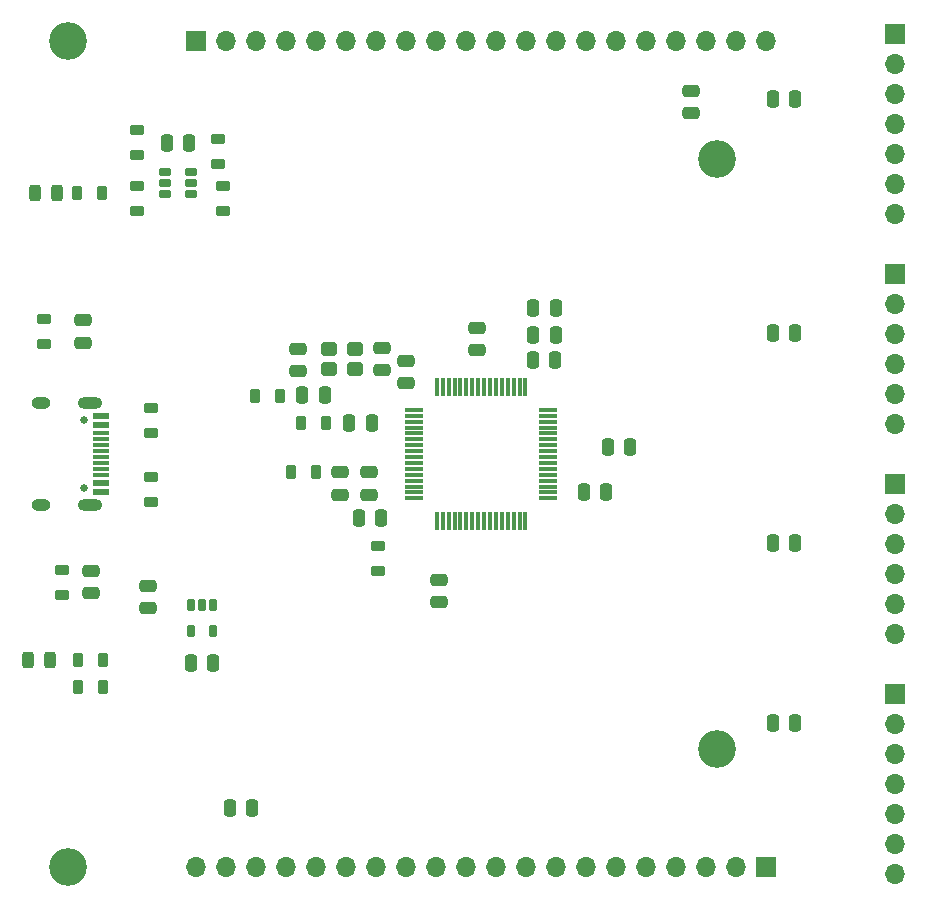
<source format=gts>
G04 #@! TF.GenerationSoftware,KiCad,Pcbnew,6.0.7-f9a2dced07~116~ubuntu22.04.1*
G04 #@! TF.CreationDate,2022-10-14T15:58:08-07:00*
G04 #@! TF.ProjectId,ft2232-breakout,66743232-3332-42d6-9272-65616b6f7574,rev?*
G04 #@! TF.SameCoordinates,Original*
G04 #@! TF.FileFunction,Soldermask,Top*
G04 #@! TF.FilePolarity,Negative*
%FSLAX46Y46*%
G04 Gerber Fmt 4.6, Leading zero omitted, Abs format (unit mm)*
G04 Created by KiCad (PCBNEW 6.0.7-f9a2dced07~116~ubuntu22.04.1) date 2022-10-14 15:58:08*
%MOMM*%
%LPD*%
G01*
G04 APERTURE LIST*
G04 Aperture macros list*
%AMRoundRect*
0 Rectangle with rounded corners*
0 $1 Rounding radius*
0 $2 $3 $4 $5 $6 $7 $8 $9 X,Y pos of 4 corners*
0 Add a 4 corners polygon primitive as box body*
4,1,4,$2,$3,$4,$5,$6,$7,$8,$9,$2,$3,0*
0 Add four circle primitives for the rounded corners*
1,1,$1+$1,$2,$3*
1,1,$1+$1,$4,$5*
1,1,$1+$1,$6,$7*
1,1,$1+$1,$8,$9*
0 Add four rect primitives between the rounded corners*
20,1,$1+$1,$2,$3,$4,$5,0*
20,1,$1+$1,$4,$5,$6,$7,0*
20,1,$1+$1,$6,$7,$8,$9,0*
20,1,$1+$1,$8,$9,$2,$3,0*%
G04 Aperture macros list end*
%ADD10RoundRect,0.218750X0.218750X0.381250X-0.218750X0.381250X-0.218750X-0.381250X0.218750X-0.381250X0*%
%ADD11C,0.650000*%
%ADD12R,1.450000X0.600000*%
%ADD13R,1.450000X0.300000*%
%ADD14O,1.600000X1.000000*%
%ADD15O,2.100000X1.000000*%
%ADD16RoundRect,0.243750X-0.243750X-0.456250X0.243750X-0.456250X0.243750X0.456250X-0.243750X0.456250X0*%
%ADD17RoundRect,0.218750X-0.218750X-0.381250X0.218750X-0.381250X0.218750X0.381250X-0.218750X0.381250X0*%
%ADD18RoundRect,0.250000X-0.250000X-0.475000X0.250000X-0.475000X0.250000X0.475000X-0.250000X0.475000X0*%
%ADD19RoundRect,0.250000X-0.475000X0.250000X-0.475000X-0.250000X0.475000X-0.250000X0.475000X0.250000X0*%
%ADD20R,1.700000X1.700000*%
%ADD21O,1.700000X1.700000*%
%ADD22RoundRect,0.218750X-0.381250X0.218750X-0.381250X-0.218750X0.381250X-0.218750X0.381250X0.218750X0*%
%ADD23RoundRect,0.250000X0.250000X0.475000X-0.250000X0.475000X-0.250000X-0.475000X0.250000X-0.475000X0*%
%ADD24RoundRect,0.075000X-0.700000X-0.075000X0.700000X-0.075000X0.700000X0.075000X-0.700000X0.075000X0*%
%ADD25RoundRect,0.075000X-0.075000X-0.700000X0.075000X-0.700000X0.075000X0.700000X-0.075000X0.700000X0*%
%ADD26RoundRect,0.162500X-0.367500X-0.162500X0.367500X-0.162500X0.367500X0.162500X-0.367500X0.162500X0*%
%ADD27C,3.200000*%
%ADD28RoundRect,0.162500X-0.162500X0.367500X-0.162500X-0.367500X0.162500X-0.367500X0.162500X0.367500X0*%
%ADD29RoundRect,0.300000X-0.400000X-0.300000X0.400000X-0.300000X0.400000X0.300000X-0.400000X0.300000X0*%
%ADD30RoundRect,0.218750X0.381250X-0.218750X0.381250X0.218750X-0.381250X0.218750X-0.381250X-0.218750X0*%
%ADD31RoundRect,0.250000X0.475000X-0.250000X0.475000X0.250000X-0.475000X0.250000X-0.475000X-0.250000X0*%
G04 APERTURE END LIST*
D10*
G04 #@! TO.C,R10*
X62987700Y-109728000D03*
X60862700Y-109728000D03*
G04 #@! TD*
D11*
G04 #@! TO.C,J1*
X61373200Y-87110000D03*
X61373200Y-92890000D03*
D12*
X62818200Y-86750000D03*
X62818200Y-87550000D03*
D13*
X62818200Y-88750000D03*
X62818200Y-89750000D03*
X62818200Y-90250000D03*
X62818200Y-91250000D03*
D12*
X62818200Y-92450000D03*
X62818200Y-93250000D03*
X62818200Y-93250000D03*
X62818200Y-92450000D03*
D13*
X62818200Y-91750000D03*
X62818200Y-90750000D03*
X62818200Y-89250000D03*
X62818200Y-88250000D03*
D12*
X62818200Y-87550000D03*
X62818200Y-86750000D03*
D14*
X57723200Y-85680000D03*
D15*
X61903200Y-94320000D03*
D14*
X57723200Y-94320000D03*
D15*
X61903200Y-85680000D03*
G04 #@! TD*
D16*
G04 #@! TO.C,D1*
X57226100Y-67900800D03*
X59101100Y-67900800D03*
G04 #@! TD*
D17*
G04 #@! TO.C,R6*
X79764100Y-87376000D03*
X81889100Y-87376000D03*
G04 #@! TD*
D18*
G04 #@! TO.C,C13*
X103698000Y-93218000D03*
X105598000Y-93218000D03*
G04 #@! TD*
D19*
G04 #@! TO.C,C25*
X61264800Y-78685600D03*
X61264800Y-80585600D03*
G04 #@! TD*
D20*
G04 #@! TO.C,J6*
X130000000Y-92540000D03*
D21*
X130000000Y-95080000D03*
X130000000Y-97620000D03*
X130000000Y-100160000D03*
X130000000Y-102700000D03*
X130000000Y-105240000D03*
G04 #@! TD*
D18*
G04 #@! TO.C,C10*
X99395200Y-79908400D03*
X101295200Y-79908400D03*
G04 #@! TD*
D20*
G04 #@! TO.C,J4*
X130000000Y-110320000D03*
D21*
X130000000Y-112860000D03*
X130000000Y-115400000D03*
X130000000Y-117940000D03*
X130000000Y-120480000D03*
X130000000Y-123020000D03*
X130000000Y-125560000D03*
G04 #@! TD*
D18*
G04 #@! TO.C,C6*
X79851200Y-85028800D03*
X81751200Y-85028800D03*
G04 #@! TD*
D19*
G04 #@! TO.C,C23*
X86614000Y-81005400D03*
X86614000Y-82905400D03*
G04 #@! TD*
D22*
G04 #@! TO.C,R1*
X67005200Y-86059500D03*
X67005200Y-88184500D03*
G04 #@! TD*
D23*
G04 #@! TO.C,C5*
X85739000Y-87376000D03*
X83839000Y-87376000D03*
G04 #@! TD*
D24*
G04 #@! TO.C,U3*
X89325000Y-86250000D03*
X89325000Y-86750000D03*
X89325000Y-87250000D03*
X89325000Y-87750000D03*
X89325000Y-88250000D03*
X89325000Y-88750000D03*
X89325000Y-89250000D03*
X89325000Y-89750000D03*
X89325000Y-90250000D03*
X89325000Y-90750000D03*
X89325000Y-91250000D03*
X89325000Y-91750000D03*
X89325000Y-92250000D03*
X89325000Y-92750000D03*
X89325000Y-93250000D03*
X89325000Y-93750000D03*
D25*
X91250000Y-95675000D03*
X91750000Y-95675000D03*
X92250000Y-95675000D03*
X92750000Y-95675000D03*
X93250000Y-95675000D03*
X93750000Y-95675000D03*
X94250000Y-95675000D03*
X94750000Y-95675000D03*
X95250000Y-95675000D03*
X95750000Y-95675000D03*
X96250000Y-95675000D03*
X96750000Y-95675000D03*
X97250000Y-95675000D03*
X97750000Y-95675000D03*
X98250000Y-95675000D03*
X98750000Y-95675000D03*
D24*
X100675000Y-93750000D03*
X100675000Y-93250000D03*
X100675000Y-92750000D03*
X100675000Y-92250000D03*
X100675000Y-91750000D03*
X100675000Y-91250000D03*
X100675000Y-90750000D03*
X100675000Y-90250000D03*
X100675000Y-89750000D03*
X100675000Y-89250000D03*
X100675000Y-88750000D03*
X100675000Y-88250000D03*
X100675000Y-87750000D03*
X100675000Y-87250000D03*
X100675000Y-86750000D03*
X100675000Y-86250000D03*
D25*
X98750000Y-84325000D03*
X98250000Y-84325000D03*
X97750000Y-84325000D03*
X97250000Y-84325000D03*
X96750000Y-84325000D03*
X96250000Y-84325000D03*
X95750000Y-84325000D03*
X95250000Y-84325000D03*
X94750000Y-84325000D03*
X94250000Y-84325000D03*
X93750000Y-84325000D03*
X93250000Y-84325000D03*
X92750000Y-84325000D03*
X92250000Y-84325000D03*
X91750000Y-84325000D03*
X91250000Y-84325000D03*
G04 #@! TD*
D26*
G04 #@! TO.C,U4*
X68242000Y-66101700D03*
X68242000Y-67051700D03*
X68242000Y-68001700D03*
X70442000Y-68001700D03*
X70442000Y-67051700D03*
X70442000Y-66101700D03*
G04 #@! TD*
D27*
G04 #@! TO.C,H2*
X60000000Y-55000000D03*
G04 #@! TD*
D19*
G04 #@! TO.C,C15*
X91440000Y-100650000D03*
X91440000Y-102550000D03*
G04 #@! TD*
D28*
G04 #@! TO.C,U2*
X72324000Y-102818000D03*
X71374000Y-102818000D03*
X70424000Y-102818000D03*
X70424000Y-105018000D03*
X72324000Y-105018000D03*
G04 #@! TD*
D27*
G04 #@! TO.C,H1*
X115000000Y-65000000D03*
G04 #@! TD*
D22*
G04 #@! TO.C,R13*
X65887600Y-62534800D03*
X65887600Y-64659800D03*
G04 #@! TD*
D29*
G04 #@! TO.C,Y1*
X82114200Y-82805400D03*
X84314200Y-82805400D03*
X84314200Y-81105400D03*
X82114200Y-81105400D03*
G04 #@! TD*
D19*
G04 #@! TO.C,C8*
X85500200Y-91546400D03*
X85500200Y-93446400D03*
G04 #@! TD*
D10*
G04 #@! TO.C,R4*
X62886100Y-67900800D03*
X60761100Y-67900800D03*
G04 #@! TD*
D22*
G04 #@! TO.C,R14*
X73152000Y-67263500D03*
X73152000Y-69388500D03*
G04 #@! TD*
D17*
G04 #@! TO.C,FB1*
X75877900Y-85054200D03*
X78002900Y-85054200D03*
G04 #@! TD*
D20*
G04 #@! TO.C,J5*
X130000000Y-54440000D03*
D21*
X130000000Y-56980000D03*
X130000000Y-59520000D03*
X130000000Y-62060000D03*
X130000000Y-64600000D03*
X130000000Y-67140000D03*
X130000000Y-69680000D03*
G04 #@! TD*
D22*
G04 #@! TO.C,R12*
X72745600Y-63326500D03*
X72745600Y-65451500D03*
G04 #@! TD*
D27*
G04 #@! TO.C,H4*
X115000000Y-115000000D03*
G04 #@! TD*
D18*
G04 #@! TO.C,C9*
X99380000Y-82042000D03*
X101280000Y-82042000D03*
G04 #@! TD*
D30*
G04 #@! TO.C,R15*
X65887600Y-69384200D03*
X65887600Y-67259200D03*
G04 #@! TD*
D23*
G04 #@! TO.C,C20*
X121600000Y-112776000D03*
X119700000Y-112776000D03*
G04 #@! TD*
D27*
G04 #@! TO.C,H3*
X60000000Y-125000000D03*
G04 #@! TD*
D23*
G04 #@! TO.C,C22*
X121600000Y-59944000D03*
X119700000Y-59944000D03*
G04 #@! TD*
D22*
G04 #@! TO.C,R2*
X67005200Y-91901500D03*
X67005200Y-94026500D03*
G04 #@! TD*
D19*
G04 #@! TO.C,C2*
X112776000Y-59248000D03*
X112776000Y-61148000D03*
G04 #@! TD*
D20*
G04 #@! TO.C,J3*
X70870000Y-55000000D03*
D21*
X73410000Y-55000000D03*
X75950000Y-55000000D03*
X78490000Y-55000000D03*
X81030000Y-55000000D03*
X83570000Y-55000000D03*
X86110000Y-55000000D03*
X88650000Y-55000000D03*
X91190000Y-55000000D03*
X93730000Y-55000000D03*
X96270000Y-55000000D03*
X98810000Y-55000000D03*
X101350000Y-55000000D03*
X103890000Y-55000000D03*
X106430000Y-55000000D03*
X108970000Y-55000000D03*
X111510000Y-55000000D03*
X114050000Y-55000000D03*
X116590000Y-55000000D03*
X119130000Y-55000000D03*
G04 #@! TD*
D30*
G04 #@! TO.C,FB3*
X59486800Y-101900500D03*
X59486800Y-99775500D03*
G04 #@! TD*
D23*
G04 #@! TO.C,C21*
X121600000Y-79756000D03*
X119700000Y-79756000D03*
G04 #@! TD*
D16*
G04 #@! TO.C,D5*
X56618900Y-107391200D03*
X58493900Y-107391200D03*
G04 #@! TD*
D23*
G04 #@! TO.C,C19*
X121600000Y-97536000D03*
X119700000Y-97536000D03*
G04 #@! TD*
D18*
G04 #@! TO.C,C16*
X99395200Y-77622400D03*
X101295200Y-77622400D03*
G04 #@! TD*
D23*
G04 #@! TO.C,C18*
X70292000Y-63627000D03*
X68392000Y-63627000D03*
G04 #@! TD*
D31*
G04 #@! TO.C,C3*
X66802000Y-103058000D03*
X66802000Y-101158000D03*
G04 #@! TD*
D17*
G04 #@! TO.C,R11*
X60862700Y-107391200D03*
X62987700Y-107391200D03*
G04 #@! TD*
D22*
G04 #@! TO.C,R3*
X57962800Y-78573100D03*
X57962800Y-80698100D03*
G04 #@! TD*
D30*
G04 #@! TO.C,R7*
X86236800Y-99908900D03*
X86236800Y-97783900D03*
G04 #@! TD*
D23*
G04 #@! TO.C,C1*
X75626000Y-120000000D03*
X73726000Y-120000000D03*
G04 #@! TD*
D17*
G04 #@! TO.C,FB2*
X78900500Y-91531200D03*
X81025500Y-91531200D03*
G04 #@! TD*
D20*
G04 #@! TO.C,J7*
X130000000Y-74760000D03*
D21*
X130000000Y-77300000D03*
X130000000Y-79840000D03*
X130000000Y-82380000D03*
X130000000Y-84920000D03*
X130000000Y-87460000D03*
G04 #@! TD*
D20*
G04 #@! TO.C,J2*
X119130000Y-125000000D03*
D21*
X116590000Y-125000000D03*
X114050000Y-125000000D03*
X111510000Y-125000000D03*
X108970000Y-125000000D03*
X106430000Y-125000000D03*
X103890000Y-125000000D03*
X101350000Y-125000000D03*
X98810000Y-125000000D03*
X96270000Y-125000000D03*
X93730000Y-125000000D03*
X91190000Y-125000000D03*
X88650000Y-125000000D03*
X86110000Y-125000000D03*
X83570000Y-125000000D03*
X81030000Y-125000000D03*
X78490000Y-125000000D03*
X75950000Y-125000000D03*
X73410000Y-125000000D03*
X70870000Y-125000000D03*
G04 #@! TD*
D31*
G04 #@! TO.C,C26*
X61976000Y-101788000D03*
X61976000Y-99888000D03*
G04 #@! TD*
D23*
G04 #@! TO.C,C4*
X72324000Y-107728000D03*
X70424000Y-107728000D03*
G04 #@! TD*
D18*
G04 #@! TO.C,C14*
X105730000Y-89408000D03*
X107630000Y-89408000D03*
G04 #@! TD*
D19*
G04 #@! TO.C,C7*
X83061800Y-91546400D03*
X83061800Y-93446400D03*
G04 #@! TD*
D23*
G04 #@! TO.C,C11*
X86526400Y-95442800D03*
X84626400Y-95442800D03*
G04 #@! TD*
D31*
G04 #@! TO.C,C17*
X94618800Y-81214000D03*
X94618800Y-79314000D03*
G04 #@! TD*
G04 #@! TO.C,C12*
X88646000Y-84008000D03*
X88646000Y-82108000D03*
G04 #@! TD*
G04 #@! TO.C,C31*
X79502000Y-82992000D03*
X79502000Y-81092000D03*
G04 #@! TD*
M02*

</source>
